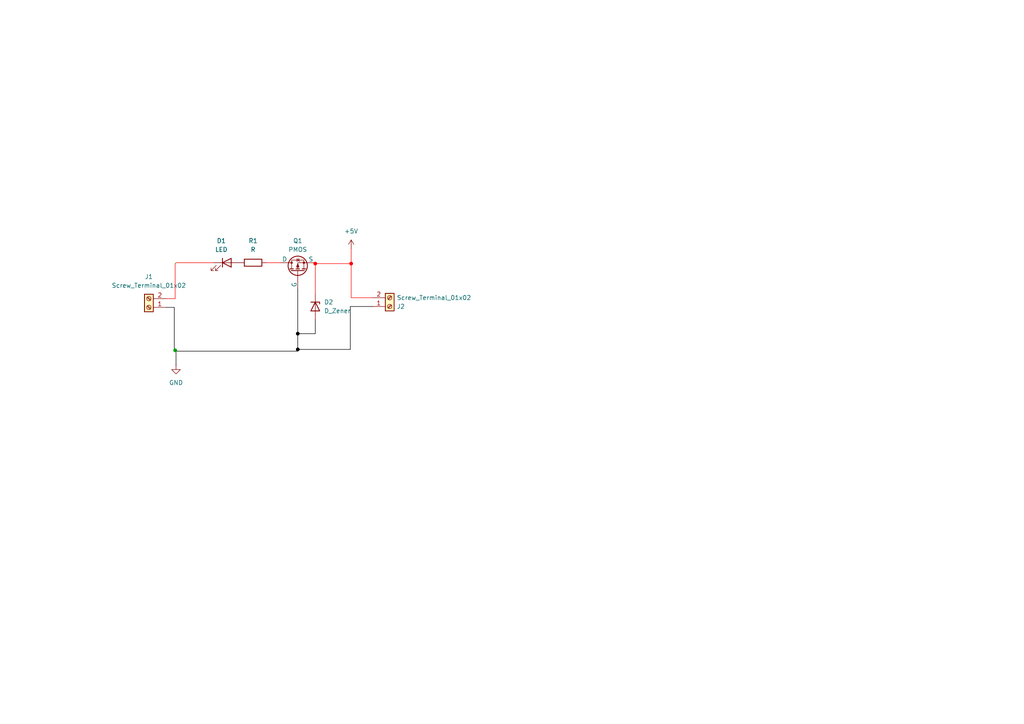
<source format=kicad_sch>
(kicad_sch (version 20231120) (generator "eeschema") (generator_version "8.0")
  (paper "A4")
  (lib_symbols
    (symbol "Connector:Screw_Terminal_01x02" (pin_names (offset 1.016) hide)
      (property "Reference" "J" (at 0 2.54 0))
      (property "Value" "Screw_Terminal_01x02" (at 0 -5.08 0))
      (symbol "Screw_Terminal_01x02_1_1"
        (rectangle (start -1.27 1.27) (end 1.27 -3.81) (stroke (width 0.254)) (fill (type background)))
        (circle (center 0 -2.54) (radius 0.635) (stroke (width 0.1524)))
        (polyline (pts (xy -0.5334 -2.2098) (xy 0.3302 -3.048)) (stroke (width 0.1524)))
        (polyline (pts (xy -0.5334 0.3302) (xy 0.3302 -0.508)) (stroke (width 0.1524)))
        (polyline (pts (xy -0.3556 -2.032) (xy 0.508 -2.8702)) (stroke (width 0.1524)))
        (polyline (pts (xy -0.3556 0.508) (xy 0.508 -0.3302)) (stroke (width 0.1524)))
        (circle (center 0 0) (radius 0.635) (stroke (width 0.1524)))
        (pin passive line (at -5.08 0 0) (length 3.81) (name "Pin_1") (number "1"))
        (pin passive line (at -5.08 -2.54 0) (length 3.81) (name "Pin_2") (number "2"))
      )
    )
    (symbol "Device:D_Zener" (pin_numbers hide) (pin_names (offset 1.016) hide)
      (property "Reference" "D" (at 0 2.54 0))
      (property "Value" "D_Zener" (at 0 -2.54 0))
      (symbol "D_Zener_0_1"
        (polyline (pts (xy 1.27 0) (xy -1.27 0)))
        (polyline (pts (xy -1.27 -1.27) (xy -1.27 1.27) (xy -0.762 1.27)) (stroke (width 0.254)))
        (polyline (pts (xy 1.27 -1.27) (xy 1.27 1.27) (xy -1.27 0) (xy 1.27 -1.27)) (stroke (width 0.254)))
      )
      (symbol "D_Zener_1_1"
        (pin passive line (at -3.81 0 0) (length 2.54) (name "K") (number "1"))
        (pin passive line (at 3.81 0 180) (length 2.54) (name "A") (number "2"))
      )
    )
    (symbol "Device:LED" (pin_numbers hide) (pin_names (offset 1.016) hide)
      (property "Reference" "D" (at 0 2.54 0))
      (property "Value" "LED" (at 0 -2.54 0))
      (symbol "LED_0_1"
        (polyline (pts (xy -1.27 -1.27) (xy -1.27 1.27)) (stroke (width 0.254)))
        (polyline (pts (xy -1.27 0) (xy 1.27 0)))
        (polyline (pts (xy 1.27 -1.27) (xy 1.27 1.27) (xy -1.27 0) (xy 1.27 -1.27)) (stroke (width 0.254)))
        (polyline (pts (xy -3.048 -0.762) (xy -4.572 -2.286) (xy -3.81 -2.286) (xy -4.572 -2.286) (xy -4.572 -1.524)))
        (polyline (pts (xy -1.778 -0.762) (xy -3.302 -2.286) (xy -2.54 -2.286) (xy -3.302 -2.286) (xy -3.302 -1.524)))
      )
      (symbol "LED_1_1"
        (pin passive line (at -3.81 0 0) (length 2.54) (name "K") (number "1"))
        (pin passive line (at 3.81 0 180) (length 2.54) (name "A") (number "2"))
      )
    )
    (symbol "Device:R" (pin_numbers hide) (pin_names (offset 0))
      (property "Reference" "R" (at 2.032 0 90))
      (property "Value" "R" (at 0 0 90))
      (symbol "R_0_1"
        (rectangle (start -1.016 -2.54) (end 1.016 2.54) (stroke (width 0.254)))
      )
      (symbol "R_1_1"
        (pin passive line (at 0 3.81 270) (length 1.27) (name "~") (number "1"))
        (pin passive line (at 0 -3.81 90) (length 1.27) (name "~") (number "2"))
      )
    )
    (symbol "Simulation_SPICE:PMOS" (pin_numbers hide) (pin_names (offset 0))
      (property "Reference" "Q" (at 5.08 1.27 0))
      (property "Value" "PMOS" (at 5.08 -1.27 0))
      (symbol "PMOS_0_1"
        (polyline (pts (xy 0.254 0) (xy -2.54 0)))
        (polyline (pts (xy 0.254 1.905) (xy 0.254 -1.905)) (stroke (width 0.254)))
        (polyline (pts (xy 0.762 -1.27) (xy 0.762 -2.286)) (stroke (width 0.254)))
        (polyline (pts (xy 0.762 0.508) (xy 0.762 -0.508)) (stroke (width 0.254)))
        (polyline (pts (xy 0.762 2.286) (xy 0.762 1.27)) (stroke (width 0.254)))
        (polyline (pts (xy 2.54 2.54) (xy 2.54 1.778)))
        (polyline (pts (xy 2.54 -2.54) (xy 2.54 0) (xy 0.762 0)))
        (polyline (pts (xy 0.762 1.778) (xy 3.302 1.778) (xy 3.302 -1.778) (xy 0.762 -1.778)))
        (polyline (pts (xy 2.286 0) (xy 1.27 0.381) (xy 1.27 -0.381) (xy 2.286 0)) (fill (type outline)))
        (polyline (pts (xy 2.794 -0.508) (xy 2.921 -0.381) (xy 3.683 -0.381) (xy 3.81 -0.254)))
        (polyline (pts (xy 3.302 -0.381) (xy 2.921 0.254) (xy 3.683 0.254) (xy 3.302 -0.381)))
        (circle (center 1.651 0) (radius 2.794) (stroke (width 0.254)))
        (circle (center 2.54 -1.778) (radius 0.254) (fill (type outline)))
        (circle (center 2.54 1.778) (radius 0.254) (fill (type outline)))
      )
      (symbol "PMOS_1_1"
        (pin passive line (at 2.54 5.08 270) (length 2.54) (name "D") (number "1"))
        (pin input line (at -5.08 0 0) (length 2.54) (name "G") (number "2"))
        (pin passive line (at 2.54 -5.08 90) (length 2.54) (name "S") (number "3"))
      )
    )
    (symbol "power:+5V" (power) (pin_numbers hide) (pin_names (offset 0) hide)
      (property "Value" "+5V" (at 0 3.556 0))
      (symbol "+5V_0_1"
        (polyline (pts (xy -0.762 1.27) (xy 0 2.54)))
        (polyline (pts (xy 0 0) (xy 0 2.54)))
        (polyline (pts (xy 0 2.54) (xy 0.762 1.27)))
      )
      (symbol "+5V_1_1"
        (pin power_in line (at 0 0 90) (length 0) (name "~") (number "1"))
      )
    )
    (symbol "power:GND" (power) (pin_numbers hide) (pin_names (offset 0) hide)
      (property "Value" "GND" (at 0 -3.81 0))
      (symbol "GND_0_1"
        (polyline (pts (xy 0 0) (xy 0 -1.27) (xy 1.27 -1.27) (xy 0 -2.54) (xy -1.27 -1.27) (xy 0 -1.27)))
      )
      (symbol "GND_1_1"
        (pin power_in line (at 0 0 270) (length 0) (name "~") (number "1"))
      )
    )
  )
  (junction (at 101.854 76.454) (color 255 0 0 1))
  (junction (at 86.36 101.346) (color 0 0 0 1))
  (junction (at 91.44 76.454) (color 255 0 0 1))
  (junction (at 50.8 101.6))
  (junction (at 86.36 96.774) (color 0 0 0 1))
  (wire (pts (xy 50.8 76.454) (xy 50.8 86.614)) (stroke (width 0) (color 255 0 0 1)))
  (wire (pts (xy 51.054 101.346) (xy 51.054 105.918)) (stroke (width 0) (color 0 0 0 1)))
  (wire (pts (xy 91.44 76.454) (xy 101.854 76.454)) (stroke (width 0) (color 255 0 0 1)))
  (wire (pts (xy 91.44 76.2) (xy 91.44 76.454)))
  (wire (pts (xy 86.36 96.774) (xy 86.36 101.346)) (stroke (width 0) (color 0 0 0 1)))
  (wire (pts (xy 86.36 101.346) (xy 101.6 101.346)) (stroke (width 0) (color 0 0 0 1)))
  (wire (pts (xy 50.546 101.6) (xy 50.8 101.6)))
  (wire (pts (xy 101.6 88.9) (xy 101.6 101.346)) (stroke (width 0) (color 0 0 0 1)))
  (wire (pts (xy 86.36 96.774) (xy 91.44 96.774)) (stroke (width 0) (color 0 0 0 1)))
  (wire (pts (xy 101.6 88.9) (xy 107.95 88.9)) (stroke (width 0) (color 0 0 0 1)))
  (wire (pts (xy 101.854 72.136) (xy 101.854 76.454)) (stroke (width 0) (color 255 0 0 1)))
  (wire (pts (xy 86.36 83.82) (xy 86.36 96.774)) (stroke (width 0) (color 0 0 0 1)))
  (wire (pts (xy 86.36 101.346) (xy 86.36 101.854)))
  (wire (pts (xy 48.26 86.614) (xy 50.8 86.614)) (stroke (width 0) (color 255 0 0 1)))
  (wire (pts (xy 91.44 76.454) (xy 91.44 85.09)) (stroke (width 0) (color 255 0 0 1)))
  (wire (pts (xy 101.854 76.454) (xy 101.854 86.36)) (stroke (width 0) (color 255 0 0 1)))
  (wire (pts (xy 51.054 101.346) (xy 50.8 101.346)))
  (wire (pts (xy 50.8 76.454) (xy 51.054 76.2)))
  (wire (pts (xy 48.26 89.154) (xy 50.546 89.154)) (stroke (width 0) (color 0 0 0 1)))
  (wire (pts (xy 91.44 92.71) (xy 91.44 96.774)) (stroke (width 0) (color 0 0 0 1)))
  (wire (pts (xy 101.854 86.36) (xy 107.95 86.36)) (stroke (width 0) (color 255 0 0 1)))
  (wire (pts (xy 50.546 89.154) (xy 50.546 101.6)) (stroke (width 0) (color 0 0 0 1)))
  (wire (pts (xy 50.8 101.6) (xy 50.8 101.854)))
  (wire (pts (xy 51.054 76.2) (xy 61.976 76.2)) (stroke (width 0) (color 255 0 0 1)))
  (wire (pts (xy 50.8 101.854) (xy 86.36 101.854)) (stroke (width 0) (color 0 0 0 1)))
  (wire (pts (xy 50.8 101.346) (xy 50.8 101.6)))
  (wire (pts (xy 77.216 76.2) (xy 81.28 76.2)) (stroke (width 0) (color 255 0 0 1)))
  (symbol (lib_id "power:+5V") (at 101.854 72.136 0) (unit 1)
    (property "Reference" "#PWR02" (effects (hide yes)))
    (property "Value" "+5V" (at 101.854 67.056 0))
    (property "Description" "Power symbol creates a global label with name \"+5V\"" (effects (hide yes)))
  )
  (symbol (lib_id "Connector:Screw_Terminal_01x02") (at 43.18 89.154 180) (unit 1)
    (property "Reference" "J1" (at 43.18 80.264 0))
    (property "Value" "Screw_Terminal_01x02" (at 43.18 82.804 0))
    (property "Footprint" "TerminalBlock_Phoenix:TerminalBlock_Phoenix_MKDS-1,5-2-5.08_1x02_P5.08mm_Horizontal" (effects (hide yes)))
    (property "Description" "Generic screw terminal, single row, 01x02, script generated (kicad-library-utils/schlib/autogen/connector/)" (effects (hide yes)))
  )
  (symbol (lib_id "Device:LED") (at 65.786 76.2 0) (unit 1)
    (property "Reference" "D1" (at 64.1985 69.85 0))
    (property "Value" "LED" (at 64.1985 72.39 0))
    (property "Footprint" "LED_SMD:LED_0603_1608Metric" (effects (hide yes)))
    (property "Description" "Light emitting diode" (effects (hide yes)))
  )
  (symbol (lib_id "Device:D_Zener") (at 91.44 88.9 270) (unit 1)
    (property "Reference" "D2" (at 93.98 87.6299 90) (effects (justify left)))
    (property "Value" "D_Zener" (at 93.98 90.1699 90) (effects (justify left)))
    (property "Footprint" "Diode_SMD:D_0603_1608Metric" (effects (hide yes)))
    (property "Description" "Zener diode" (effects (hide yes)))
  )
  (symbol (lib_id "Device:R") (at 73.406 76.2 90) (unit 1)
    (property "Reference" "R1" (at 73.406 69.85 90))
    (property "Value" "R" (at 73.406 72.39 90))
    (property "Footprint" "Resistor_SMD:R_0603_1608Metric" (effects (hide yes)))
    (property "Description" "Resistor" (effects (hide yes)))
  )
  (symbol (lib_id "Simulation_SPICE:PMOS") (at 86.36 78.74 90) (unit 1)
    (property "Reference" "Q1" (at 86.36 69.85 90))
    (property "Value" "PMOS" (at 86.36 72.39 90))
    (property "Footprint" "Transistor_Power:GaN_Systems_GaNPX-3_5x6.6mm_Drain2.93x0.6mm" (effects (hide yes)))
    (property "Datasheet" "https://ngspice.sourceforge.io/docs/ngspice-html-manual/manual.xhtml#cha_MOSFETs" (effects (hide yes)))
    (property "Description" "P-MOSFET transistor, drain/source/gate" (effects (hide yes)))
    (property "Sim.Device" "PMOS" (effects (hide yes)))
    (property "Sim.Type" "VDMOS" (effects (hide yes)))
    (property "Sim.Pins" "1=D 2=G 3=S" (effects (hide yes)))
  )
  (symbol (lib_id "Connector:Screw_Terminal_01x02") (at 113.03 88.9 0) (mirror x) (unit 1)
    (property "Reference" "J2" (at 115.062 88.9001 0) (effects (justify left)))
    (property "Value" "Screw_Terminal_01x02" (at 115.062 86.3601 0) (effects (justify left)))
    (property "Footprint" "TerminalBlock_Phoenix:TerminalBlock_Phoenix_MKDS-1,5-2-5.08_1x02_P5.08mm_Horizontal" (effects (hide yes)))
    (property "Description" "Generic screw terminal, single row, 01x02, script generated (kicad-library-utils/schlib/autogen/connector/)" (effects (hide yes)))
  )
  (symbol (lib_id "power:GND") (at 51.054 105.918 0) (unit 1)
    (property "Reference" "#PWR01" (effects (hide yes)))
    (property "Value" "GND" (at 51.054 110.998 0))
    (property "Description" "Power symbol creates a global label with name \"GND\" , ground" (effects (hide yes)))
  )
)
</source>
